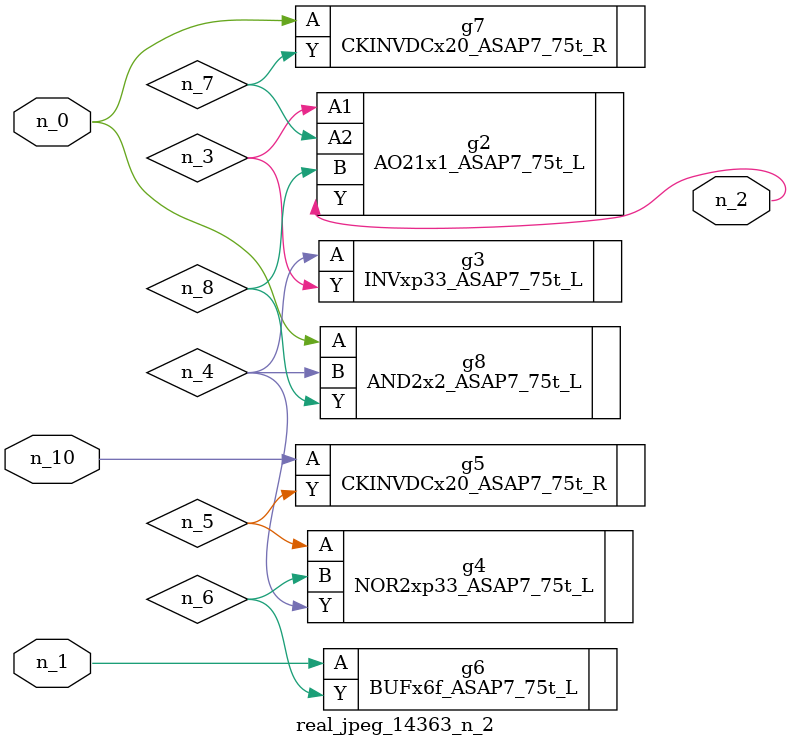
<source format=v>
module real_jpeg_14363_n_2 (n_1, n_10, n_0, n_2);

input n_1;
input n_10;
input n_0;

output n_2;

wire n_5;
wire n_4;
wire n_8;
wire n_6;
wire n_7;
wire n_3;

CKINVDCx20_ASAP7_75t_R g7 ( 
.A(n_0),
.Y(n_7)
);

AND2x2_ASAP7_75t_L g8 ( 
.A(n_0),
.B(n_4),
.Y(n_8)
);

BUFx6f_ASAP7_75t_L g6 ( 
.A(n_1),
.Y(n_6)
);

AO21x1_ASAP7_75t_L g2 ( 
.A1(n_3),
.A2(n_7),
.B(n_8),
.Y(n_2)
);

INVxp33_ASAP7_75t_L g3 ( 
.A(n_4),
.Y(n_3)
);

NOR2xp33_ASAP7_75t_L g4 ( 
.A(n_5),
.B(n_6),
.Y(n_4)
);

CKINVDCx20_ASAP7_75t_R g5 ( 
.A(n_10),
.Y(n_5)
);


endmodule
</source>
